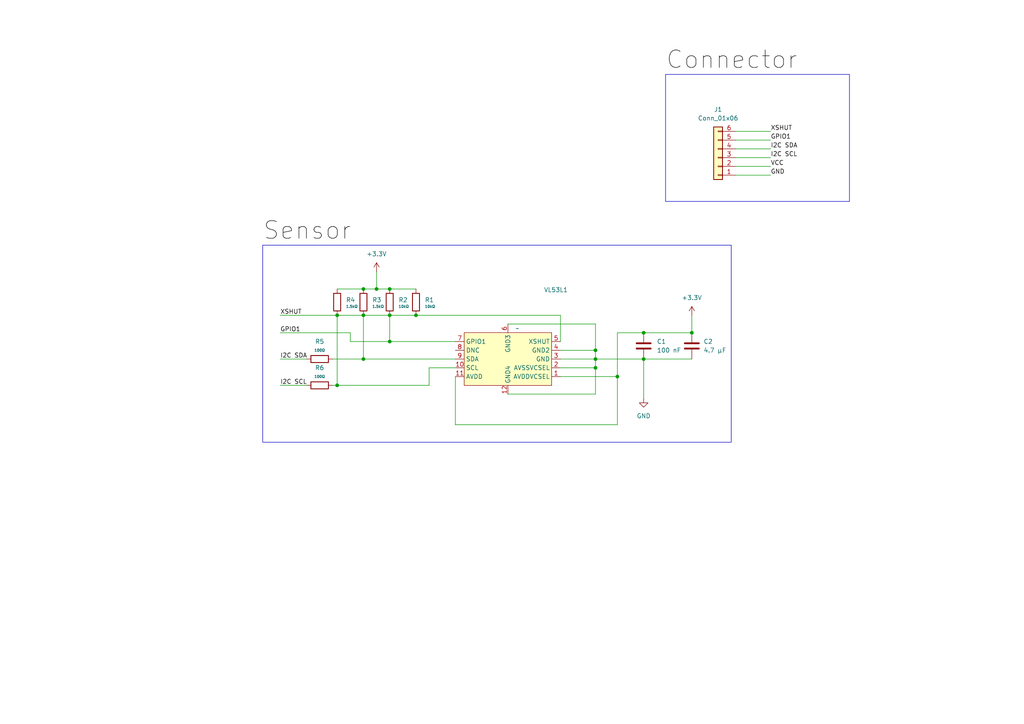
<source format=kicad_sch>
(kicad_sch (version 20231120) (generator "eeschema") (generator_version "8.0")
  (paper "A4")
  (lib_symbols
    (symbol "Connector_Generic:Conn_01x06" (pin_names (offset 1.016) hide)
      (property "Reference" "J" (at 0 7.62 0))
      (property "Value" "Conn_01x06" (at 0 -10.16 0))
      (symbol "Conn_01x06_1_1"
        (rectangle (start -1.27 -7.493) (end 0 -7.747) (stroke (width 0.1524)))
        (rectangle (start -1.27 -4.953) (end 0 -5.207) (stroke (width 0.1524)))
        (rectangle (start -1.27 -2.413) (end 0 -2.667) (stroke (width 0.1524)))
        (rectangle (start -1.27 0.127) (end 0 -0.127) (stroke (width 0.1524)))
        (rectangle (start -1.27 2.667) (end 0 2.413) (stroke (width 0.1524)))
        (rectangle (start -1.27 5.207) (end 0 4.953) (stroke (width 0.1524)))
        (rectangle (start -1.27 6.35) (end 1.27 -8.89) (stroke (width 0.254)) (fill (type background)))
        (pin passive line (at -5.08 5.08 0) (length 3.81) (name "Pin_1") (number "1"))
        (pin passive line (at -5.08 2.54 0) (length 3.81) (name "Pin_2") (number "2"))
        (pin passive line (at -5.08 0 0) (length 3.81) (name "Pin_3") (number "3"))
        (pin passive line (at -5.08 -2.54 0) (length 3.81) (name "Pin_4") (number "4"))
        (pin passive line (at -5.08 -5.08 0) (length 3.81) (name "Pin_5") (number "5"))
        (pin passive line (at -5.08 -7.62 0) (length 3.81) (name "Pin_6") (number "6"))
      )
    )
    (symbol "Device:C" (pin_numbers hide) (pin_names (offset 0.254))
      (property "Reference" "C" (at 0.635 2.54 0))
      (property "Value" "C" (at 0.635 -2.54 0))
      (symbol "C_0_1"
        (polyline (pts (xy -2.032 -0.762) (xy 2.032 -0.762)) (stroke (width 0.508)))
        (polyline (pts (xy -2.032 0.762) (xy 2.032 0.762)) (stroke (width 0.508)))
      )
      (symbol "C_1_1"
        (pin passive line (at 0 3.81 270) (length 2.794) (name "~") (number "1"))
        (pin passive line (at 0 -3.81 90) (length 2.794) (name "~") (number "2"))
      )
    )
    (symbol "Device:R" (pin_numbers hide) (pin_names (offset 0))
      (property "Reference" "R" (at 2.032 0 90))
      (property "Value" "R" (at 0 0 90))
      (symbol "R_0_1"
        (rectangle (start -1.016 -2.54) (end 1.016 2.54) (stroke (width 0.254)))
      )
      (symbol "R_1_1"
        (pin passive line (at 0 3.81 270) (length 1.27) (name "~") (number "1"))
        (pin passive line (at 0 -3.81 90) (length 1.27) (name "~") (number "2"))
      )
    )
    (symbol "VCSEL:VL53L1_"
      (property "Reference" "VL53L1" (at -22.86 30.48 0))
      (symbol "VL53L1__1_1"
        (rectangle (start -12.7 7.62) (end 12.7 -7.62) (fill (type background)))
        (pin input line (at 15.24 -5.08 180) (length 2.54) (name "AVDDVCSEL") (number "1"))
        (pin input line (at -15.24 -2.54 0) (length 2.54) (name "SCL") (number "10"))
        (pin input line (at -15.24 -5.08 0) (length 2.54) (name "AVDD") (number "11"))
        (pin input line (at 0 -10.16 90) (length 2.54) (name "GND4") (number "12"))
        (pin input line (at 15.24 -2.54 180) (length 2.54) (name "AVSSVCSEL") (number "2"))
        (pin input line (at 15.24 0 180) (length 2.54) (name "GND") (number "3"))
        (pin input line (at 15.24 2.54 180) (length 2.54) (name "GND2") (number "4"))
        (pin input line (at 15.24 5.08 180) (length 2.54) (name "XSHUT") (number "5"))
        (pin input line (at 0 10.16 270) (length 2.54) (name "GND3") (number "6"))
        (pin output line (at -15.24 5.08 0) (length 2.54) (name "GPIO1") (number "7"))
        (pin input line (at -15.24 2.54 0) (length 2.54) (name "DNC") (number "8"))
        (pin bidirectional line (at -15.24 0 0) (length 2.54) (name "SDA") (number "9"))
      )
    )
    (symbol "power:+3.3V" (power) (pin_numbers hide) (pin_names (offset 0) hide)
      (property "Value" "+3.3V" (at 0 3.556 0))
      (symbol "+3.3V_0_1"
        (polyline (pts (xy -0.762 1.27) (xy 0 2.54)))
        (polyline (pts (xy 0 0) (xy 0 2.54)))
        (polyline (pts (xy 0 2.54) (xy 0.762 1.27)))
      )
      (symbol "+3.3V_1_1"
        (pin power_in line (at 0 0 90) (length 0) (name "~") (number "1"))
      )
    )
    (symbol "power:GND" (power) (pin_numbers hide) (pin_names (offset 0) hide)
      (property "Value" "GND" (at 0 -3.81 0))
      (symbol "GND_0_1"
        (polyline (pts (xy 0 0) (xy 0 -1.27) (xy 1.27 -1.27) (xy 0 -2.54) (xy -1.27 -1.27) (xy 0 -1.27)))
      )
      (symbol "GND_1_1"
        (pin power_in line (at 0 0 270) (length 0) (name "~") (number "1"))
      )
    )
  )
  (junction (at 186.69 96.52))
  (junction (at 200.66 96.52))
  (junction (at 105.41 91.44))
  (junction (at 113.03 91.44))
  (junction (at 113.03 83.82))
  (junction (at 109.22 83.82))
  (junction (at 105.41 83.82))
  (junction (at 113.03 99.06))
  (junction (at 186.69 104.14))
  (junction (at 120.65 91.44))
  (junction (at 172.72 101.6))
  (junction (at 105.41 104.14))
  (junction (at 97.79 91.44))
  (junction (at 179.07 109.22))
  (junction (at 172.72 104.14))
  (junction (at 97.79 111.76))
  (junction (at 172.72 106.68))
  (wire (pts (xy 162.56 99.06) (xy 162.56 91.44)))
  (wire (pts (xy 109.22 78.74) (xy 109.22 83.82)))
  (wire (pts (xy 113.03 99.06) (xy 113.03 91.44)))
  (wire (pts (xy 96.52 104.14) (xy 105.41 104.14)))
  (wire (pts (xy 162.56 106.68) (xy 172.72 106.68)))
  (wire (pts (xy 97.79 83.82) (xy 105.41 83.82)))
  (wire (pts (xy 147.32 114.3) (xy 172.72 114.3)))
  (wire (pts (xy 162.56 104.14) (xy 172.72 104.14)))
  (wire (pts (xy 124.46 106.68) (xy 124.46 111.76)))
  (wire (pts (xy 132.08 106.68) (xy 124.46 106.68)))
  (wire (pts (xy 97.79 91.44) (xy 97.79 111.76)))
  (wire (pts (xy 81.28 96.52) (xy 101.6 96.52)))
  (wire (pts (xy 186.69 104.14) (xy 200.66 104.14)))
  (wire (pts (xy 132.08 123.19) (xy 179.07 123.19)))
  (wire (pts (xy 200.66 91.44) (xy 200.66 96.52)))
  (wire (pts (xy 97.79 91.44) (xy 105.41 91.44)))
  (wire (pts (xy 124.46 111.76) (xy 97.79 111.76)))
  (wire (pts (xy 172.72 114.3) (xy 172.72 106.68)))
  (wire (pts (xy 172.72 104.14) (xy 186.69 104.14)))
  (wire (pts (xy 81.28 111.76) (xy 88.9 111.76)))
  (wire (pts (xy 109.22 83.82) (xy 113.03 83.82)))
  (wire (pts (xy 162.56 109.22) (xy 179.07 109.22)))
  (wire (pts (xy 179.07 109.22) (xy 179.07 96.52)))
  (wire (pts (xy 213.36 38.1) (xy 223.52 38.1)))
  (wire (pts (xy 101.6 96.52) (xy 101.6 99.06)))
  (wire (pts (xy 81.28 104.14) (xy 88.9 104.14)))
  (wire (pts (xy 213.36 48.26) (xy 223.52 48.26)))
  (wire (pts (xy 179.07 96.52) (xy 186.69 96.52)))
  (wire (pts (xy 186.69 96.52) (xy 200.66 96.52)))
  (wire (pts (xy 213.36 43.18) (xy 223.52 43.18)))
  (wire (pts (xy 179.07 123.19) (xy 179.07 109.22)))
  (wire (pts (xy 162.56 101.6) (xy 172.72 101.6)))
  (wire (pts (xy 96.52 111.76) (xy 97.79 111.76)))
  (wire (pts (xy 213.36 40.64) (xy 223.52 40.64)))
  (wire (pts (xy 113.03 91.44) (xy 120.65 91.44)))
  (wire (pts (xy 105.41 91.44) (xy 113.03 91.44)))
  (wire (pts (xy 105.41 83.82) (xy 109.22 83.82)))
  (wire (pts (xy 81.28 91.44) (xy 97.79 91.44)))
  (wire (pts (xy 147.32 93.98) (xy 172.72 93.98)))
  (wire (pts (xy 172.72 93.98) (xy 172.72 101.6)))
  (wire (pts (xy 105.41 104.14) (xy 105.41 91.44)))
  (wire (pts (xy 172.72 101.6) (xy 172.72 104.14)))
  (wire (pts (xy 132.08 104.14) (xy 105.41 104.14)))
  (wire (pts (xy 162.56 91.44) (xy 120.65 91.44)))
  (wire (pts (xy 186.69 104.14) (xy 186.69 115.57)))
  (wire (pts (xy 132.08 109.22) (xy 132.08 123.19)))
  (wire (pts (xy 172.72 106.68) (xy 172.72 104.14)))
  (wire (pts (xy 213.36 50.8) (xy 223.52 50.8)))
  (wire (pts (xy 213.36 45.72) (xy 223.52 45.72)))
  (wire (pts (xy 132.08 99.06) (xy 113.03 99.06)))
  (wire (pts (xy 113.03 99.06) (xy 101.6 99.06)))
  (wire (pts (xy 113.03 83.82) (xy 120.65 83.82)))
  (rectangle (start 193.04 21.59) (end 246.38 58.42))
  (rectangle (start 76.2 71.12) (end 212.09 128.27))
  (label "VCC" (at 223.52 48.26 0))
  (label "XSHUT" (at 81.28 91.44 0))
  (label "I2C SDA" (at 81.28 104.14 0))
  (label "I2C SCL" (at 81.28 111.76 0))
  (label "I2C SCL" (at 223.52 45.72 0))
  (label "GND" (at 223.52 50.8 0))
  (label "XSHUT" (at 223.52 38.1 0))
  (label "GPIO1" (at 223.52 40.64 0))
  (label "I2C SDA" (at 223.52 43.18 0))
  (label "Sensor" (at 76.2 71.12 0) (effects (font (size 5.08 5.08))))
  (label "Connector" (at 193.04 21.59 0) (effects (font (size 5.08 5.08))))
  (label "GPIO1" (at 81.28 96.52 0))
  (symbol (lib_id "Device:R") (at 97.79 87.63 0) (unit 1)
    (property "Reference" "R4" (at 100.33 86.9949 0) (effects (justify left)))
    (property "Value" "1.5kΩ" (at 100.33 88.9 0) (effects (font (size 0.762 0.762)) (justify left)))
    (property "Description" "Resistor" (effects (hide yes)))
  )
  (symbol (lib_id "Device:R") (at 92.71 111.76 90) (unit 1)
    (property "Reference" "R6" (at 92.71 106.68 90))
    (property "Value" "100Ω" (at 92.71 109.22 90) (effects (font (size 0.762 0.762))))
    (property "Description" "Resistor" (effects (hide yes)))
  )
  (symbol (lib_id "Device:R") (at 105.41 87.63 0) (unit 1)
    (property "Reference" "R3" (at 107.95 86.9949 0) (effects (justify left)))
    (property "Value" "1.5kΩ" (at 107.95 88.9 0) (effects (font (size 0.762 0.762)) (justify left)))
    (property "Description" "Resistor" (effects (hide yes)))
  )
  (symbol (lib_id "VCSEL:VL53L1_") (at 147.32 104.14 0) (unit 1)
    (property "Reference" "VL53L1" (at 157.734 84.074 0) (effects (justify left)))
    (property "Value" "~" (at 149.5141 95.25 0) (effects (justify left)))
  )
  (symbol (lib_id "Connector_Generic:Conn_01x06") (at 208.28 45.72 180) (unit 1)
    (property "Reference" "J1" (at 208.28 31.75 0))
    (property "Value" "Conn_01x06" (at 208.28 34.29 0))
    (property "Description" "Generic connector, single row, 01x06, script generated (kicad-library-utils/schlib/autogen/connector/)" (effects (hide yes)))
  )
  (symbol (lib_id "Device:C") (at 186.69 100.33 0) (unit 1)
    (property "Reference" "C1" (at 190.5 99.0599 0) (effects (justify left)))
    (property "Value" "100 nF" (at 190.5 101.5999 0) (effects (justify left)))
    (property "Description" "Unpolarized capacitor" (effects (hide yes)))
  )
  (symbol (lib_id "Device:R") (at 120.65 87.63 0) (unit 1)
    (property "Reference" "R1" (at 123.19 86.9949 0) (effects (justify left)))
    (property "Value" "10kΩ" (at 123.19 88.9 0) (effects (font (size 0.762 0.762)) (justify left)))
    (property "Description" "Resistor" (effects (hide yes)))
  )
  (symbol (lib_id "power:+3.3V") (at 200.66 91.44 0) (unit 1)
    (property "Reference" "#PWR01" (effects (hide yes)))
    (property "Value" "+3.3V" (at 200.66 86.36 0))
    (property "Description" "Power symbol creates a global label with name \"+3.3V\"" (effects (hide yes)))
  )
  (symbol (lib_id "Device:R") (at 113.03 87.63 0) (unit 1)
    (property "Reference" "R2" (at 115.57 86.9949 0) (effects (justify left)))
    (property "Value" "10kΩ" (at 115.57 88.9 0) (effects (font (size 0.762 0.762)) (justify left)))
    (property "Description" "Resistor" (effects (hide yes)))
  )
  (symbol (lib_id "Device:C") (at 200.66 100.33 0) (unit 1)
    (property "Reference" "C2" (at 204.0429 99.0599 0) (effects (justify left)))
    (property "Value" "4.7 μF" (at 204.0429 101.5999 0) (effects (justify left)))
    (property "Description" "Unpolarized capacitor" (effects (hide yes)))
  )
  (symbol (lib_id "power:+3.3V") (at 109.22 78.74 0) (unit 1)
    (property "Reference" "#PWR03" (effects (hide yes)))
    (property "Value" "+3.3V" (at 109.22 73.66 0))
    (property "Description" "Power symbol creates a global label with name \"+3.3V\"" (effects (hide yes)))
  )
  (symbol (lib_id "Device:R") (at 92.71 104.14 90) (unit 1)
    (property "Reference" "R5" (at 92.71 99.06 90))
    (property "Value" "100Ω" (at 92.71 101.6 90) (effects (font (size 0.762 0.762))))
    (property "Description" "Resistor" (effects (hide yes)))
  )
  (symbol (lib_id "power:GND") (at 186.69 115.57 0) (unit 1)
    (property "Reference" "#PWR02" (effects (hide yes)))
    (property "Value" "GND" (at 186.69 120.65 0))
    (property "Description" "Power symbol creates a global label with name \"GND\" , ground" (effects (hide yes)))
  )
)
</source>
